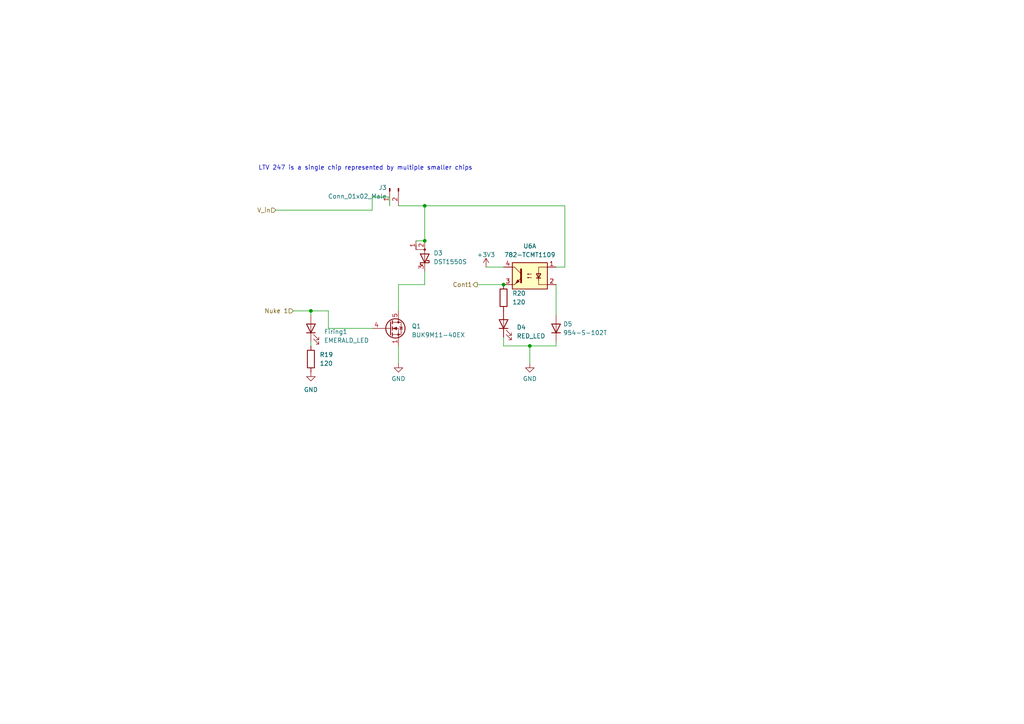
<source format=kicad_sch>
(kicad_sch (version 20231120) (generator "eeschema") (generator_version "8.0")
  (paper "A4")
  (lib_symbols
    (symbol "Connector:Conn_01x02_Male" (pin_names (offset 1.016) hide)
      (property "Reference" "J" (at 0 2.54 0))
      (property "Value" "Conn_01x02_Male" (at 0 -5.08 0))
      (symbol "Conn_01x02_Male_1_1"
        (polyline (pts (xy 1.27 -2.54) (xy 0.8636 -2.54)) (stroke (width 0.1524)))
        (polyline (pts (xy 1.27 0) (xy 0.8636 0)) (stroke (width 0.1524)))
        (rectangle (start 0.8636 -2.413) (end 0 -2.667) (stroke (width 0.1524)) (fill (type outline)))
        (rectangle (start 0.8636 0.127) (end 0 -0.127) (stroke (width 0.1524)) (fill (type outline)))
        (pin passive line (at 5.08 0 180) (length 3.81) (name "Pin_1") (number "1"))
        (pin passive line (at 5.08 -2.54 180) (length 3.81) (name "Pin_2") (number "2"))
      )
    )
    (symbol "Device:D" (pin_numbers hide) (pin_names (offset 1.016) hide)
      (property "Reference" "D" (at 0 2.54 0))
      (property "Value" "D" (at 0 -2.54 0))
      (symbol "D_0_1"
        (polyline (pts (xy -1.27 1.27) (xy -1.27 -1.27)) (stroke (width 0.254)))
        (polyline (pts (xy 1.27 0) (xy -1.27 0)))
        (polyline (pts (xy 1.27 1.27) (xy 1.27 -1.27) (xy -1.27 0) (xy 1.27 1.27)) (stroke (width 0.254)))
      )
      (symbol "D_1_1"
        (pin passive line (at -3.81 0 0) (length 2.54) (name "K") (number "1"))
        (pin passive line (at 3.81 0 180) (length 2.54) (name "A") (number "2"))
      )
    )
    (symbol "Device:D_Schottky_AAK" (pin_names (offset 0) hide)
      (property "Reference" "D" (at 0 2.54 0))
      (property "Value" "D_Schottky_AAK" (at 0 -2.54 0))
      (symbol "D_Schottky_AAK_0_1"
        (polyline (pts (xy 1.27 1.27) (xy 1.27 -1.27) (xy -1.27 0) (xy 1.27 1.27)) (stroke (width 0.254)))
        (polyline (pts (xy 3.81 2.54) (xy 2.54 2.54) (xy 2.54 0) (xy -1.27 0)))
        (polyline (pts (xy -1.905 0.635) (xy -1.905 1.27) (xy -1.27 1.27) (xy -1.27 -1.27) (xy -0.635 -1.27) (xy -0.635 -0.635)) (stroke (width 0.254)))
        (circle (center 2.54 0) (radius 0.254) (fill (type outline)))
      )
      (symbol "D_Schottky_AAK_1_1"
        (pin passive line (at 5.08 2.54 180) (length 2.54) (name "A") (number "1"))
        (pin passive line (at 5.08 0 180) (length 2.54) (name "A") (number "2"))
        (pin passive line (at -3.81 0 0) (length 2.54) (name "K") (number "3"))
      )
    )
    (symbol "Device:LED" (pin_numbers hide) (pin_names (offset 1.016) hide)
      (property "Reference" "D" (at 0 2.54 0))
      (property "Value" "LED" (at 0 -2.54 0))
      (symbol "LED_0_1"
        (polyline (pts (xy -1.27 -1.27) (xy -1.27 1.27)) (stroke (width 0.254)))
        (polyline (pts (xy -1.27 0) (xy 1.27 0)))
        (polyline (pts (xy 1.27 -1.27) (xy 1.27 1.27) (xy -1.27 0) (xy 1.27 -1.27)) (stroke (width 0.254)))
        (polyline (pts (xy -3.048 -0.762) (xy -4.572 -2.286) (xy -3.81 -2.286) (xy -4.572 -2.286) (xy -4.572 -1.524)))
        (polyline (pts (xy -1.778 -0.762) (xy -3.302 -2.286) (xy -2.54 -2.286) (xy -3.302 -2.286) (xy -3.302 -1.524)))
      )
      (symbol "LED_1_1"
        (pin passive line (at -3.81 0 0) (length 2.54) (name "K") (number "1"))
        (pin passive line (at 3.81 0 180) (length 2.54) (name "A") (number "2"))
      )
    )
    (symbol "Device:R" (pin_numbers hide) (pin_names (offset 0))
      (property "Reference" "R" (at 2.032 0 90))
      (property "Value" "R" (at 0 0 90))
      (symbol "R_0_1"
        (rectangle (start -1.016 -2.54) (end 1.016 2.54) (stroke (width 0.254)))
      )
      (symbol "R_1_1"
        (pin passive line (at 0 3.81 270) (length 1.27) (name "~") (number "1"))
        (pin passive line (at 0 -3.81 90) (length 1.27) (name "~") (number "2"))
      )
    )
    (symbol "Isolator:LTV-247"
      (property "Reference" "U9" (at 0 8.636 0))
      (property "Value" "782-TCMT1109" (at 0 6.096 0))
      (symbol "LTV-247_0_1"
        (rectangle (start -5.08 3.81) (end 5.08 -3.81) (stroke (width 0.254)) (fill (type background)))
        (polyline (pts (xy -3.175 -0.635) (xy -1.905 -0.635)) (stroke (width 0.254)))
        (polyline (pts (xy 2.54 0.635) (xy 4.445 2.54)))
        (polyline (pts (xy 4.445 -2.54) (xy 2.54 -0.635)) (fill (type outline)))
        (polyline (pts (xy 4.445 -2.54) (xy 5.08 -2.54)))
        (polyline (pts (xy 4.445 2.54) (xy 5.08 2.54)))
        (polyline (pts (xy -2.54 -0.635) (xy -2.54 -2.54) (xy -5.08 -2.54)))
        (polyline (pts (xy 2.54 1.905) (xy 2.54 -1.905) (xy 2.54 -1.905)) (stroke (width 0.508)))
        (polyline (pts (xy -5.08 2.54) (xy -2.54 2.54) (xy -2.54 -1.27) (xy -2.54 0.635)))
        (polyline (pts (xy -2.54 -0.635) (xy -3.175 0.635) (xy -1.905 0.635) (xy -2.54 -0.635)) (stroke (width 0.254)))
        (polyline (pts (xy -0.508 -0.508) (xy 0.762 -0.508) (xy 0.381 -0.635) (xy 0.381 -0.381) (xy 0.762 -0.508)))
        (polyline (pts (xy -0.508 0.508) (xy 0.762 0.508) (xy 0.381 0.381) (xy 0.381 0.635) (xy 0.762 0.508)))
        (polyline (pts (xy 3.048 -1.651) (xy 3.556 -1.143) (xy 4.064 -2.159) (xy 3.048 -1.651) (xy 3.048 -1.651)) (fill (type outline)))
      )
      (symbol "LTV-247_1_1"
        (pin passive line (at -7.62 2.54 0) (length 2.54) (name "~") (number "1"))
        (pin passive line (at -7.62 -2.54 0) (length 2.54) (name "~") (number "2"))
        (pin passive line (at 7.62 -2.54 180) (length 2.54) (name "~") (number "3"))
        (pin passive line (at 7.62 2.54 180) (length 2.54) (name "~") (number "4"))
      )
      (symbol "LTV-247_2_1"
        (pin passive line (at 7.62 -2.54 180) (length 2.54) (name "~") (number "13"))
        (pin passive line (at 7.62 2.54 180) (length 2.54) (name "~") (number "14"))
        (pin passive line (at -7.62 2.54 0) (length 2.54) (name "~") (number "3"))
        (pin passive line (at -7.62 -2.54 0) (length 2.54) (name "~") (number "4"))
      )
      (symbol "LTV-247_3_1"
        (pin passive line (at 7.62 -2.54 180) (length 2.54) (name "~") (number "11"))
        (pin passive line (at 7.62 2.54 180) (length 2.54) (name "~") (number "12"))
        (pin passive line (at -7.62 2.54 0) (length 2.54) (name "~") (number "5"))
        (pin passive line (at -7.62 -2.54 0) (length 2.54) (name "~") (number "6"))
      )
      (symbol "LTV-247_4_1"
        (pin passive line (at 7.62 2.54 180) (length 2.54) (name "~") (number "10"))
        (pin passive line (at -7.62 2.54 0) (length 2.54) (name "~") (number "7"))
        (pin passive line (at -7.62 -2.54 0) (length 2.54) (name "~") (number "8"))
        (pin passive line (at 7.62 -2.54 180) (length 2.54) (name "~") (number "9"))
      )
    )
    (symbol "Transistor_FET:BUK9M11-40EX" (pin_names hide)
      (property "Reference" "Q" (at 5.08 1.905 0))
      (property "Value" "BUK9M11-40EX" (at 5.08 0 0))
      (symbol "BUK9M11-40EX_0_1"
        (polyline (pts (xy 0.254 0) (xy -2.54 0)))
        (polyline (pts (xy 0.254 1.905) (xy 0.254 -1.905)) (stroke (width 0.254)))
        (polyline (pts (xy 0.762 -1.27) (xy 0.762 -2.286)) (stroke (width 0.254)))
        (polyline (pts (xy 0.762 0.508) (xy 0.762 -0.508)) (stroke (width 0.254)))
        (polyline (pts (xy 0.762 2.286) (xy 0.762 1.27)) (stroke (width 0.254)))
        (polyline (pts (xy 2.54 2.54) (xy 2.54 1.778)))
        (polyline (pts (xy 2.54 -2.54) (xy 2.54 0) (xy 0.762 0)))
        (polyline (pts (xy 0.762 -1.778) (xy 3.302 -1.778) (xy 3.302 1.778) (xy 0.762 1.778)))
        (polyline (pts (xy 1.016 0) (xy 2.032 0.381) (xy 2.032 -0.381) (xy 1.016 0)) (fill (type outline)))
        (polyline (pts (xy 2.794 0.508) (xy 2.921 0.381) (xy 3.683 0.381) (xy 3.81 0.254)))
        (polyline (pts (xy 3.302 0.381) (xy 2.921 -0.254) (xy 3.683 -0.254) (xy 3.302 0.381)))
        (circle (center 1.651 0) (radius 2.794) (stroke (width 0.254)))
        (circle (center 2.54 -1.778) (radius 0.254) (fill (type outline)))
        (circle (center 2.54 1.778) (radius 0.254) (fill (type outline)))
      )
      (symbol "BUK9M11-40EX_1_1"
        (pin passive line (at 2.54 -5.08 90) (length 2.54) (name "S") (number "1"))
        (pin passive line (at 2.54 -5.08 90) (length 2.54) hide (name "S") (number "2"))
        (pin passive line (at 2.54 -5.08 90) (length 2.54) hide (name "S") (number "3"))
        (pin passive line (at -5.08 0 0) (length 2.54) (name "G") (number "4"))
        (pin passive line (at 2.54 5.08 270) (length 2.54) (name "D") (number "5"))
      )
    )
    (symbol "power:+3V3" (power) (pin_names (offset 0))
      (property "Value" "+3V3" (at 0 3.556 0))
      (symbol "+3V3_0_1"
        (polyline (pts (xy -0.762 1.27) (xy 0 2.54)))
        (polyline (pts (xy 0 0) (xy 0 2.54)))
        (polyline (pts (xy 0 2.54) (xy 0.762 1.27)))
      )
      (symbol "+3V3_1_1"
        (pin power_in line (at 0 0 90) (length 0) hide (name "+3V3") (number "1"))
      )
    )
    (symbol "power:GND" (power) (pin_names (offset 0))
      (property "Value" "GND" (at 0 -3.81 0))
      (symbol "GND_0_1"
        (polyline (pts (xy 0 0) (xy 0 -1.27) (xy 1.27 -1.27) (xy 0 -2.54) (xy -1.27 -1.27) (xy 0 -1.27)))
      )
      (symbol "GND_1_1"
        (pin power_in line (at 0 0 270) (length 0) hide (name "GND") (number "1"))
      )
    )
  )
  (junction (at 146.05 82.55))
  (junction (at 153.67 100.33))
  (junction (at 123.19 69.85))
  (junction (at 123.19 59.69))
  (junction (at 90.17 90.17))
  (wire (pts (xy 123.19 59.69) (xy 163.83 59.69)))
  (wire (pts (xy 153.67 100.33) (xy 153.67 105.41)))
  (wire (pts (xy 123.19 59.69) (xy 123.19 69.85)))
  (wire (pts (xy 90.17 99.06) (xy 90.17 100.33)))
  (wire (pts (xy 95.25 95.25) (xy 107.95 95.25)))
  (wire (pts (xy 115.57 82.55) (xy 123.19 82.55)))
  (wire (pts (xy 161.29 99.06) (xy 161.29 100.33)))
  (wire (pts (xy 95.25 90.17) (xy 95.25 95.25)))
  (wire (pts (xy 161.29 82.55) (xy 161.29 91.44)))
  (wire (pts (xy 115.57 82.55) (xy 115.57 90.17)))
  (wire (pts (xy 140.97 77.47) (xy 146.05 77.47)))
  (wire (pts (xy 138.43 82.55) (xy 146.05 82.55)))
  (wire (pts (xy 163.83 59.69) (xy 163.83 77.47)))
  (wire (pts (xy 85.09 90.17) (xy 90.17 90.17)))
  (wire (pts (xy 163.83 77.47) (xy 161.29 77.47)))
  (wire (pts (xy 90.17 90.17) (xy 95.25 90.17)))
  (wire (pts (xy 115.57 59.69) (xy 123.19 59.69)))
  (wire (pts (xy 80.01 60.96) (xy 107.95 60.96)))
  (wire (pts (xy 107.95 57.15) (xy 113.03 57.15)))
  (wire (pts (xy 113.03 57.15) (xy 113.03 59.69)))
  (wire (pts (xy 115.57 100.33) (xy 115.57 105.41)))
  (wire (pts (xy 123.19 78.74) (xy 123.19 82.55)))
  (wire (pts (xy 153.67 100.33) (xy 161.29 100.33)))
  (wire (pts (xy 120.65 69.85) (xy 123.19 69.85)))
  (wire (pts (xy 90.17 90.17) (xy 90.17 91.44)))
  (wire (pts (xy 107.95 60.96) (xy 107.95 57.15)))
  (wire (pts (xy 146.05 97.79) (xy 146.05 100.33)))
  (wire (pts (xy 146.05 100.33) (xy 153.67 100.33)))
  (text "LTV 247 is a single chip represented by multiple smaller chips" (at 74.93 49.53 0) (effects (font (size 1.27 1.27)) (justify left bottom)))
  (hierarchical_label "Nuke 1" (shape input) (at 85.09 90.17 180))
  (hierarchical_label "Cont1" (shape output) (at 138.43 82.55 180))
  (hierarchical_label "V_in" (shape input) (at 80.01 60.96 180))
  (symbol (lib_id "Device:LED") (at 146.05 93.98 90) (unit 1)
    (property "Reference" "D4" (at 149.86 94.9325 90) (effects (justify right)))
    (property "Value" "RED_LED" (at 149.86 97.4725 90) (effects (justify right)))
    (property "Footprint" "LED_SMD:LED_0603_1608Metric" (effects (hide yes)))
  )
  (symbol (lib_id "Connector:Conn_01x02_Male") (at 113.03 54.61 90) (mirror x) (unit 1)
    (property "Reference" "J3" (at 112.1918 54.4103 90) (effects (justify left)))
    (property "Value" "Conn_01x02_Male" (at 112.1918 56.9472 90) (effects (justify left)))
    (property "Footprint" "TerminalBlock_Phoenix:TerminalBlock_Phoenix_PT-1,5-2-3.5-H_1x02_P3.50mm_Horizontal" (effects (hide yes)))
  )
  (symbol (lib_id "Device:D") (at 161.29 95.25 90) (unit 1)
    (property "Reference" "D5" (at 163.322 93.9799 90) (effects (justify right)))
    (property "Value" "954-S-102T" (at 163.322 96.5199 90) (effects (justify right)))
    (property "Footprint" "Diode_SMD:D_1206_3216Metric" (effects (hide yes)))
    (property "Datasheet" "https://www.mouser.co.uk/datasheet/2/362/P22-23-CRD-1729293.pdf" (effects (hide yes)))
    (property "Description" "Diode" (effects (hide yes)))
    (property "Sim.Device" "D" (effects (hide yes)))
    (property "Sim.Pins" "1=K 2=A" (effects (hide yes)))
  )
  (symbol (lib_id "power:GND") (at 153.67 105.41 0) (unit 1)
    (property "Reference" "#PWR051" (effects (hide yes)))
    (property "Value" "GND" (at 153.67 109.8534 0))
  )
  (symbol (lib_id "power:GND") (at 90.17 107.95 0) (unit 1)
    (property "Reference" "#PWR016" (effects (hide yes)))
    (property "Value" "GND" (at 90.17 113.03 0))
  )
  (symbol (lib_id "Device:D_Schottky_AAK") (at 123.19 74.93 90) (unit 1)
    (property "Reference" "D3" (at 125.73 73.406 90) (effects (justify right)))
    (property "Value" "DST1550S" (at 125.73 75.946 90) (effects (justify right)))
    (property "Footprint" "Package_TO_SOT_SMD:TO-277B" (effects (hide yes)))
  )
  (symbol (lib_id "power:GND") (at 115.57 105.41 0) (unit 1)
    (property "Reference" "#PWR028" (effects (hide yes)))
    (property "Value" "GND" (at 115.57 109.8534 0))
  )
  (symbol (lib_id "Device:R") (at 90.17 104.14 0) (unit 1)
    (property "Reference" "R19" (at 92.71 102.8699 0) (effects (justify left)))
    (property "Value" "120" (at 92.71 105.4099 0) (effects (justify left)))
    (property "Footprint" "Resistor_SMD:R_0402_1005Metric" (effects (hide yes)))
  )
  (symbol (lib_id "Device:R") (at 146.05 86.36 0) (unit 1)
    (property "Reference" "R20" (at 148.59 85.0899 0) (effects (justify left)))
    (property "Value" "120" (at 148.59 87.6299 0) (effects (justify left)))
    (property "Footprint" "Resistor_SMD:R_0603_1608Metric" (effects (hide yes)))
  )
  (symbol (lib_id "Device:LED") (at 90.17 95.25 90) (unit 1)
    (property "Reference" "Firing1" (at 93.98 96.2025 90) (effects (justify right)))
    (property "Value" "EMERALD_LED" (at 93.98 98.7425 90) (effects (justify right)))
    (property "Footprint" "LED_SMD:LED_0402_1005Metric" (effects (hide yes)))
  )
  (symbol (lib_id "power:+3V3") (at 140.97 77.47 0) (unit 1)
    (property "Reference" "#PWR046" (effects (hide yes)))
    (property "Value" "+3V3" (at 140.97 73.8942 0))
  )
  (symbol (lib_id "Isolator:LTV-247") (at 153.67 80.01 0) (mirror y) (unit 1)
    (property "Reference" "U6" (at 153.67 71.374 0))
    (property "Value" "782-TCMT1109" (at 153.67 73.914 0))
    (property "Footprint" "iclr:SOIC127P700X230-4N" (effects (hide yes)))
    (property "Datasheet" "https://www.vishay.com/docs/83510/tcmt11.pdf" (effects (hide yes)))
  )
  (symbol (lib_id "Transistor_FET:BUK9M11-40EX") (at 113.03 95.25 0) (unit 1)
    (property "Reference" "Q1" (at 119.38 94.615 0) (effects (justify left)))
    (property "Value" "BUK9M11-40EX" (at 119.38 97.155 0) (effects (justify left)))
    (property "Footprint" "Package_TO_SOT_SMD:LFPAK33" (effects (hide yes)))
    (property "Datasheet" "https://assets.nexperia.com/documents/data-sheet/BUK9M11-40E.pdf" (effects (hide yes)))
  )
)
</source>
